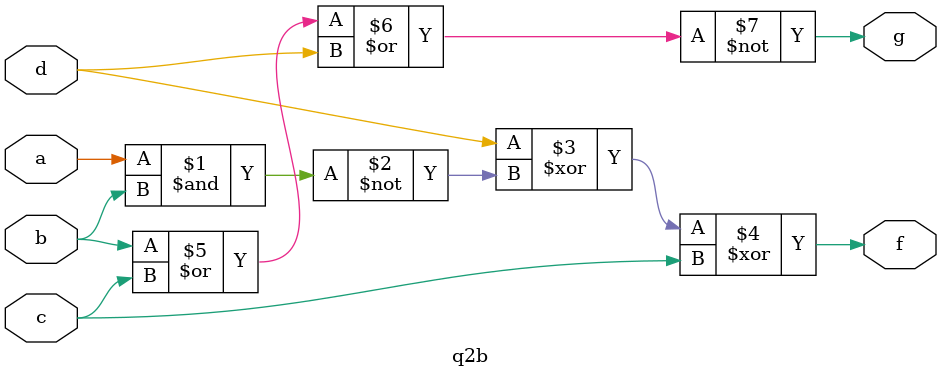
<source format=v>
module q2b(a, b, c, d, f, g);
	input a,b,c,d;
	output f,g;
	assign f=d^(~(a&b))^c;
	assign g=~(b|c|d);
endmodule

</source>
